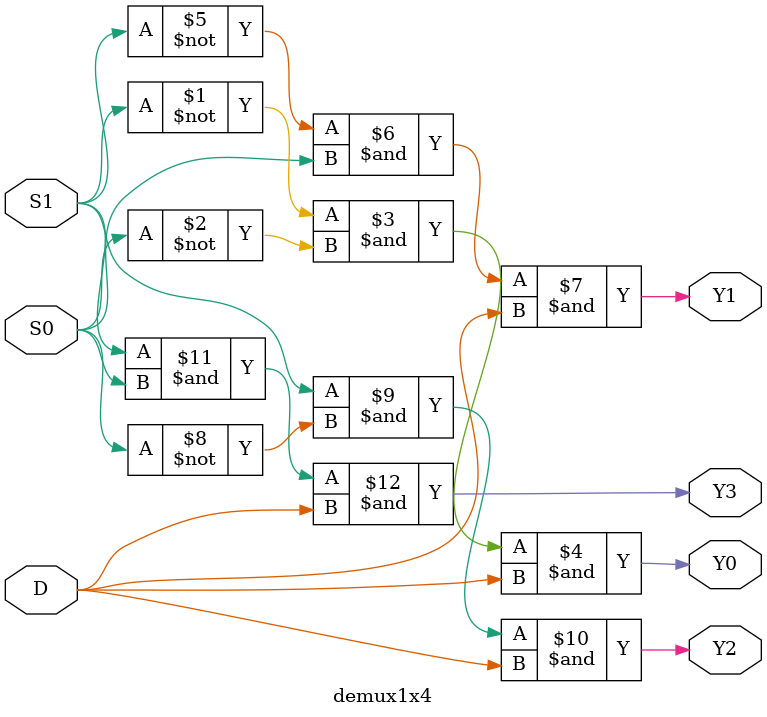
<source format=v>
module demux1x4 (
    input S0, 
    input S1,
    input D,
    output Y0, 
    output Y1, 
    output Y2, 
    output Y3
);

    assign Y0 = ~S1 & ~S0 & D;
    assign Y1 = ~S1 & S0 & D;
    assign Y2 = S1 & ~S0 & D;
    assign Y3 = S1 & S0 & D;

endmodule
</source>
